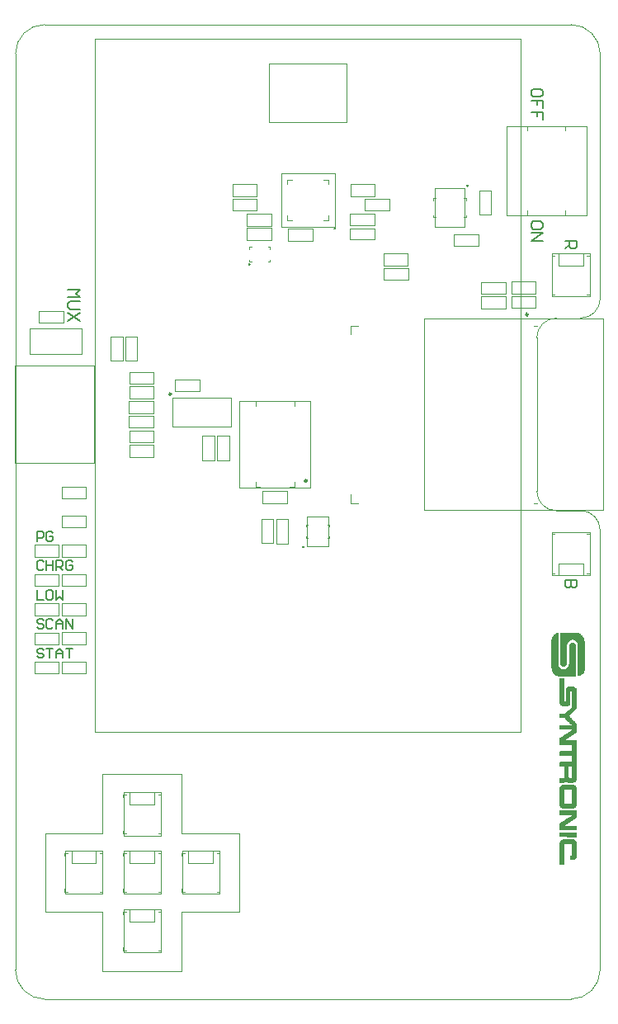
<source format=gto>
G04*
G04 #@! TF.GenerationSoftware,Altium Limited,Altium Designer,22.10.1 (41)*
G04*
G04 Layer_Color=65535*
%FSLAX44Y44*%
%MOMM*%
G71*
G04*
G04 #@! TF.SameCoordinates,9034F27D-8993-4B38-BF2F-AE75C4F05548*
G04*
G04*
G04 #@! TF.FilePolarity,Positive*
G04*
G01*
G75*
%ADD10C,0.2540*%
%ADD11C,0.1000*%
%ADD12C,0.2000*%
G36*
X569310Y144478D02*
X569290Y146927D01*
X569330Y147087D01*
X569430Y147226D01*
X569529Y147325D01*
X569808Y147365D01*
X570306Y147425D01*
X570465Y147465D01*
X570784Y147664D01*
X570844Y147724D01*
X570923Y147764D01*
X571102Y148062D01*
X571162Y148361D01*
X571202Y148680D01*
X571222Y157860D01*
X571182Y157980D01*
X571082Y158398D01*
X571023Y158538D01*
X570943Y158617D01*
X570903Y158697D01*
X570744Y158816D01*
X570704Y158896D01*
X570644Y158956D01*
X570565Y158996D01*
X570206Y159155D01*
X569987Y159215D01*
X569788Y159255D01*
X564471Y159274D01*
X564351Y159235D01*
X564132Y159175D01*
X563933Y159095D01*
X563615Y158896D01*
X563455Y158737D01*
X563136Y158060D01*
X563097Y157781D01*
X563057Y138384D01*
X562878Y138205D01*
X562479Y138165D01*
X562320Y138205D01*
X562201Y138165D01*
X558656Y138205D01*
X558476Y138344D01*
X558397Y138742D01*
X558437Y138862D01*
X558457Y158796D01*
X558437Y159016D01*
X558476Y159135D01*
X558516Y160170D01*
X558556Y160290D01*
X558616Y160708D01*
X558656Y160868D01*
X558755Y161206D01*
X558795Y161365D01*
X558935Y161744D01*
X559114Y162043D01*
X559233Y162321D01*
X559353Y162521D01*
X559532Y162740D01*
X560010Y163218D01*
X560090Y163257D01*
X560607Y163616D01*
X561205Y163855D01*
X561683Y163934D01*
X562081Y163974D01*
X562718Y164014D01*
X572875Y163974D01*
X572994Y163934D01*
X573194Y163855D01*
X573950Y163456D01*
X574169Y163277D01*
X574229Y163218D01*
X574309Y163178D01*
X574667Y162819D01*
X574747Y162779D01*
X574846Y162640D01*
X575105Y162262D01*
X575285Y161963D01*
X575563Y161365D01*
X575643Y161087D01*
X575723Y160768D01*
X575782Y160509D01*
X575822Y160350D01*
X575862Y160111D01*
X575902Y159434D01*
X575922Y146190D01*
X575882Y146071D01*
X575822Y145732D01*
X575703Y145254D01*
X575643Y145035D01*
X575245Y144279D01*
X575065Y144059D01*
X574926Y143920D01*
X574886Y143841D01*
X574428Y143382D01*
X574348Y143343D01*
X574269Y143263D01*
X574189Y143223D01*
X574030Y143064D01*
X573751Y142944D01*
X573233Y142785D01*
X572954Y142745D01*
X572795Y142705D01*
X569529Y142745D01*
X569350Y142924D01*
X569310Y143084D01*
X569270Y143363D01*
X569310Y143641D01*
Y144438D01*
Y144478D01*
D02*
G37*
G36*
X572277Y166205D02*
X558656Y166245D01*
X558476Y166384D01*
X558437Y166663D01*
X558476Y170765D01*
X558616Y170905D01*
X559014Y170944D01*
X575703Y170905D01*
X575882Y170765D01*
X575922Y170606D01*
X575882Y166424D01*
X575703Y166245D01*
X575304Y166205D01*
X572317D01*
X572277D01*
D02*
G37*
G36*
X568613Y177835D02*
X575364Y177855D01*
X575683Y177815D01*
X575882Y177696D01*
X575922Y177536D01*
X575882Y173394D01*
X575782Y173255D01*
X575504Y173175D01*
X558616Y173215D01*
X558476Y173354D01*
X558437Y173633D01*
X558476Y180364D01*
X558815Y180703D01*
X559253Y180942D01*
X559333Y181021D01*
X559412Y181061D01*
X559651Y181220D01*
X559930Y181380D01*
X560010Y181459D01*
X560090Y181499D01*
X560468Y181758D01*
X560528Y181818D01*
X560607Y181858D01*
X561125Y182136D01*
X561245Y182256D01*
X561324Y182296D01*
X561603Y182455D01*
X561683Y182535D01*
X561762Y182575D01*
X562001Y182734D01*
X562280Y182893D01*
X562439Y183053D01*
X562957Y183331D01*
X563037Y183411D01*
X563117Y183451D01*
X563495Y183710D01*
X563555Y183769D01*
X563993Y184009D01*
X564072Y184088D01*
X564152Y184128D01*
X564551Y184367D01*
X564949Y184646D01*
X565228Y184805D01*
X565347Y184925D01*
X565785Y185164D01*
X565865Y185243D01*
X565945Y185283D01*
X566184Y185442D01*
X566462Y185602D01*
X566542Y185681D01*
X566622Y185721D01*
X567000Y185980D01*
X567299Y186159D01*
X567578Y186319D01*
X567657Y186398D01*
X567737Y186438D01*
X567817Y186518D01*
X568095Y186677D01*
X568374Y186876D01*
X568733Y187075D01*
X568892Y187235D01*
X569171Y187354D01*
X569250Y187394D01*
X569768Y187752D01*
X569848Y187792D01*
X570246Y188071D01*
X570605Y188270D01*
X570684Y188350D01*
X570764Y188390D01*
X571043Y188549D01*
X571142Y188649D01*
X571102Y188808D01*
X571043Y188868D01*
X570883Y188908D01*
X558795Y188888D01*
X558636Y188927D01*
X558496Y189027D01*
X558437Y189246D01*
X558476Y193388D01*
X558576Y193528D01*
X558855Y193607D01*
X575703Y193568D01*
X575882Y193428D01*
X575922Y193269D01*
X575962Y193030D01*
X575922Y192910D01*
X575942Y186398D01*
X575862Y186199D01*
X575543Y185881D01*
X575464Y185841D01*
X575085Y185582D01*
X574647Y185303D01*
X574508Y185203D01*
X574269Y185044D01*
X573990Y184885D01*
X573711Y184686D01*
X573433Y184526D01*
X573353Y184447D01*
X573273Y184407D01*
X572954Y184208D01*
X572875Y184168D01*
X572795Y184088D01*
X572715Y184048D01*
X572636Y183969D01*
X572198Y183730D01*
X571401Y183172D01*
X571043Y182973D01*
X570923Y182854D01*
X570565Y182654D01*
X570485Y182575D01*
X570405Y182535D01*
X570166Y182376D01*
X569967Y182256D01*
X569748Y182077D01*
X569211Y181778D01*
X569131Y181698D01*
X569051Y181659D01*
X568673Y181400D01*
X568235Y181121D01*
X567996Y180961D01*
X567936Y180902D01*
X567578Y180703D01*
X567179Y180424D01*
X567100Y180384D01*
X566701Y180105D01*
X566423Y179946D01*
X566343Y179866D01*
X566263Y179826D01*
X566064Y179707D01*
X565785Y179548D01*
X565666Y179428D01*
X565586Y179388D01*
X565208Y179129D01*
X564969Y178970D01*
X564730Y178851D01*
X564491Y178691D01*
X564391Y178592D01*
X563953Y178353D01*
X563654Y178054D01*
X563694Y177934D01*
X563754Y177875D01*
X564033Y177835D01*
X565028Y177875D01*
X565148Y177835D01*
X568573D01*
X568613D01*
D02*
G37*
G36*
X575882Y198965D02*
X575802Y198765D01*
X575683Y198287D01*
X575623Y198068D01*
X575543Y197869D01*
X575404Y197650D01*
X575205Y197292D01*
X575026Y197073D01*
X574926Y196973D01*
X574886Y196893D01*
X574627Y196635D01*
X574548Y196595D01*
X574309Y196435D01*
X574229Y196395D01*
X573950Y196196D01*
X573671Y196077D01*
X573154Y195838D01*
X572895Y195778D01*
X572357Y195718D01*
X572198Y195679D01*
X570644D01*
X570605D01*
X561603Y195718D01*
X561484Y195758D01*
X561105Y195818D01*
X560448Y196117D01*
X560169Y196276D01*
X559950Y196455D01*
X559711Y196614D01*
X559273Y197053D01*
X559034Y197491D01*
X558954Y197570D01*
X558835Y197849D01*
X558676Y198248D01*
X558516Y198885D01*
X558476Y199164D01*
X558516Y216808D01*
X558556Y216928D01*
X558596Y217087D01*
X558656Y217306D01*
X558735Y217505D01*
X558895Y217943D01*
X559054Y218182D01*
X559353Y218680D01*
X559691Y219019D01*
X559771Y219058D01*
X559851Y219138D01*
X559930Y219178D01*
X560129Y219377D01*
X560966Y219775D01*
X561245Y219815D01*
X561404Y219855D01*
X561782Y219915D01*
X561982Y219955D01*
X569888Y219974D01*
X570007Y219935D01*
X572636Y219895D01*
X572755Y219855D01*
X573174Y219795D01*
X573373Y219755D01*
X573612Y219636D01*
X573910Y219457D01*
X574030Y219417D01*
X574408Y219158D01*
X574468Y219098D01*
X574548Y219058D01*
X574767Y218879D01*
X574846Y218800D01*
X574886Y218720D01*
X575085Y218521D01*
X575125Y218441D01*
X575205Y218361D01*
X575643Y217445D01*
X575743Y216987D01*
X575782Y216828D01*
X575882Y216569D01*
X575922Y216171D01*
X575882Y198965D01*
D02*
G37*
G36*
X575922Y264723D02*
X575902Y260362D01*
X575922Y227283D01*
X575882Y227164D01*
X575842Y225690D01*
X575802Y225571D01*
X575743Y225192D01*
X575623Y224475D01*
X575583Y224316D01*
X575504Y224117D01*
X575125Y223420D01*
X574846Y223141D01*
X574807Y223061D01*
X574707Y222962D01*
X574269Y222723D01*
X574189Y222643D01*
X574110Y222603D01*
X573552Y222364D01*
X573194Y222205D01*
X572935Y222145D01*
X572457Y222066D01*
X572257Y222026D01*
X572098Y221986D01*
X571899Y221946D01*
X571740Y221906D01*
X571501Y221866D01*
X571063Y221827D01*
X570226Y221787D01*
X569091Y221767D01*
X568972Y221807D01*
X568095Y221847D01*
X567976Y221886D01*
X567717Y221946D01*
X567458Y222046D01*
X566801Y222185D01*
X566602Y222265D01*
X566363Y222424D01*
X566164Y222504D01*
X566024Y222563D01*
X565745Y222763D01*
X565666Y222842D01*
X565586Y222882D01*
X565407Y223022D01*
X565367Y223101D01*
X565228Y223241D01*
X565068Y223280D01*
X564869Y223161D01*
X564471Y222763D01*
X564391Y222723D01*
X564272Y222603D01*
X564192Y222563D01*
X563834Y222364D01*
X563316Y222125D01*
X562977Y222066D01*
X562738Y222026D01*
X562579Y221986D01*
X562380Y221946D01*
X562220Y221906D01*
X561902Y221866D01*
X559691Y221847D01*
X559572Y221886D01*
X558835Y221866D01*
X558636Y221906D01*
X558476Y222066D01*
X558437Y222344D01*
X558476Y226407D01*
X558616Y226586D01*
X558775Y226626D01*
X562001Y226666D01*
X562121Y226706D01*
X562519Y226745D01*
X562798Y226945D01*
X562878Y227024D01*
X562937Y227044D01*
X562977Y227124D01*
X563097Y227403D01*
X563136Y227682D01*
X563176Y228319D01*
X563157Y237938D01*
X563176Y238236D01*
X563017Y238515D01*
X562838Y238575D01*
X562559Y238615D01*
X562400Y238575D01*
X558656Y238615D01*
X558476Y238754D01*
X558437Y239033D01*
X558476Y243175D01*
X558656Y243354D01*
X558935Y243394D01*
X570863Y243374D01*
X571003Y243434D01*
X571142Y243534D01*
X571222Y243813D01*
X571182Y249389D01*
X571003Y249608D01*
X570724Y249648D01*
X570266Y249628D01*
X559054Y249648D01*
X558935Y249608D01*
X558636Y249667D01*
X558496Y249767D01*
X558437Y249986D01*
X558476Y254168D01*
X558576Y254268D01*
X558855Y254347D01*
X559193Y254328D01*
X559452Y254347D01*
X559572Y254308D01*
X559731Y254347D01*
X570824Y254328D01*
X570983Y254367D01*
X571142Y254527D01*
X571222Y254845D01*
X571182Y260382D01*
X571043Y260561D01*
X570724Y260640D01*
X570445Y260601D01*
X565526Y260620D01*
X565267Y260601D01*
X565148Y260640D01*
X558616Y260680D01*
X558476Y260820D01*
X558437Y260979D01*
X558476Y267790D01*
X558616Y267969D01*
X558696Y268009D01*
X559213Y268367D01*
X559492Y268527D01*
X559890Y268806D01*
X559970Y268845D01*
X560368Y269124D01*
X560647Y269284D01*
X560926Y269483D01*
X561205Y269642D01*
X561484Y269841D01*
X561563Y269881D01*
X562081Y270239D01*
X562439Y270438D01*
X562559Y270558D01*
X562639Y270598D01*
X562997Y270797D01*
X563395Y271076D01*
X563475Y271116D01*
X563694Y271295D01*
X563873Y271394D01*
X564311Y271633D01*
X564431Y271753D01*
X564511Y271793D01*
X565447Y272410D01*
X565506Y272470D01*
X565945Y272709D01*
X566223Y272908D01*
X566502Y273067D01*
X566622Y273187D01*
X566701Y273227D01*
X567139Y273465D01*
X567259Y273585D01*
X567338Y273625D01*
X567617Y273784D01*
X568135Y274143D01*
X568334Y274262D01*
X568613Y274461D01*
X568892Y274621D01*
X569171Y274820D01*
X569529Y275019D01*
X569609Y275099D01*
X569688Y275138D01*
X569967Y275338D01*
X570047Y275377D01*
X570326Y275576D01*
X570764Y275816D01*
X570883Y275935D01*
X570963Y275975D01*
X571182Y276154D01*
X571142Y276313D01*
X570963Y276373D01*
X570704Y276393D01*
X558696Y276373D01*
X558496Y276493D01*
X558437Y276672D01*
X558476Y280854D01*
X558536Y280954D01*
X558735Y281033D01*
X570505Y281013D01*
X570664Y281053D01*
X570744Y281133D01*
X570704Y281372D01*
X570625Y281451D01*
X570585Y281531D01*
X570445Y281670D01*
X570366Y281710D01*
X569430Y282646D01*
X569390Y282726D01*
X569290Y282826D01*
X569211Y282865D01*
X568713Y283363D01*
X568673Y283443D01*
X568494Y283622D01*
X568434Y283642D01*
X568394Y283722D01*
X568016Y284100D01*
X567936Y284140D01*
X567677Y284399D01*
X567637Y284478D01*
X566821Y285295D01*
X566741Y285335D01*
X566562Y285514D01*
X566522Y285594D01*
X565287Y286828D01*
X565247Y286908D01*
X565028Y287127D01*
X564949Y287167D01*
X564491Y287625D01*
X564451Y287705D01*
X564351Y287804D01*
X564272Y287844D01*
X564132Y287983D01*
X564112Y288043D01*
X564033Y288083D01*
X563953Y288163D01*
X563634Y288242D01*
X558616Y288282D01*
X558476Y288421D01*
X558437Y288820D01*
X558476Y288979D01*
X558437Y289218D01*
X558476Y289338D01*
X558437Y289736D01*
X558457Y291867D01*
X558437Y292006D01*
X558476Y292126D01*
X558437Y292524D01*
X558476Y292644D01*
X558516Y292723D01*
X558616Y292823D01*
X558775Y292862D01*
X560368D01*
X560408D01*
X563794Y292902D01*
X564152Y293181D01*
X565367Y294396D01*
X565407Y294476D01*
X565626Y294695D01*
X565705Y294734D01*
X565805Y294834D01*
X565845Y294914D01*
X566104Y295173D01*
X566184Y295212D01*
X566283Y295352D01*
X566343Y295412D01*
X566403Y295431D01*
X566442Y295511D01*
X567020Y296089D01*
X567080Y296109D01*
X567119Y296188D01*
X570744Y299813D01*
X570784Y299892D01*
X571142Y300251D01*
X571222Y300569D01*
X571182Y315506D01*
X570983Y315864D01*
X570923Y315924D01*
X570844Y315964D01*
X570485Y316123D01*
X570087Y316083D01*
X569629Y315745D01*
X569549Y315545D01*
X569509Y315386D01*
X569469Y314868D01*
X569430Y303158D01*
X569390Y303039D01*
X569350Y302880D01*
X569191Y302481D01*
X568992Y302123D01*
X568832Y301964D01*
X568792Y301884D01*
X568613Y301665D01*
X568394Y301486D01*
X568294Y301386D01*
X568215Y301346D01*
X567936Y301187D01*
X567657Y300988D01*
X567458Y300908D01*
X567199Y300848D01*
X566880Y300729D01*
X566622Y300629D01*
X566363Y300569D01*
X566124Y300530D01*
X565586Y300470D01*
X565307Y300430D01*
X564551Y300390D01*
X564033Y300350D01*
X563017Y300410D01*
X562579Y300450D01*
X562220Y300490D01*
X561703Y300569D01*
X561503Y300609D01*
X561185Y300729D01*
X560926Y300828D01*
X560767Y300868D01*
X560388Y301008D01*
X560328Y301067D01*
X560249Y301107D01*
X560010Y301266D01*
X559930Y301306D01*
X559572Y301585D01*
X559353Y301764D01*
X559233Y301884D01*
X559193Y301964D01*
X558994Y302163D01*
X558954Y302242D01*
X558795Y302481D01*
X558696Y302740D01*
X558596Y302959D01*
X558516Y303238D01*
X558476Y303397D01*
X558437Y304035D01*
X558476Y328809D01*
X558616Y328988D01*
X558775Y329028D01*
X562878Y328988D01*
X563017Y328848D01*
X563057Y328689D01*
X563097Y328410D01*
X563057Y328131D01*
X563097Y305867D01*
X563256Y305588D01*
X563435Y305369D01*
X563595Y305210D01*
X563873Y305170D01*
X564311Y305210D01*
X564531Y305389D01*
X564730Y305668D01*
X564790Y305887D01*
X564829Y317995D01*
X564909Y318393D01*
X564949Y318552D01*
X565068Y318871D01*
X565168Y318971D01*
X565367Y319329D01*
X565546Y319548D01*
X565626Y319588D01*
X565945Y319907D01*
X566024Y319947D01*
X566462Y320186D01*
X566542Y320265D01*
X566821Y320385D01*
X567697Y320663D01*
X567856Y320703D01*
X568334Y320783D01*
X568733Y320823D01*
X569250Y320863D01*
X569649Y320902D01*
X571561Y320863D01*
X571680Y320823D01*
X572317Y320783D01*
X572437Y320743D01*
X572775Y320683D01*
X572935Y320644D01*
X573492Y320444D01*
X573652Y320405D01*
X574030Y320225D01*
X574269Y320066D01*
X574707Y319827D01*
X575065Y319469D01*
X575125Y319449D01*
X575165Y319369D01*
X575245Y319289D01*
X575285Y319210D01*
X575364Y319130D01*
X575404Y319050D01*
X575603Y318772D01*
X575842Y317975D01*
X575882Y317816D01*
X575922Y317417D01*
X575882Y298459D01*
X575504Y297961D01*
X575424Y297881D01*
X575344Y297841D01*
X574886Y297383D01*
X574846Y297304D01*
X573691Y296148D01*
X573652Y296069D01*
X573552Y295969D01*
X573472Y295929D01*
X573333Y295790D01*
X573293Y295710D01*
X573194Y295611D01*
X573114Y295571D01*
X572895Y295352D01*
X572855Y295272D01*
X572357Y294774D01*
X572277Y294734D01*
X571859Y294316D01*
X571819Y294237D01*
X570625Y293042D01*
X570585Y292962D01*
X570445Y292823D01*
X570366Y292783D01*
X570306Y292723D01*
X570266Y292644D01*
X570127Y292504D01*
X570047Y292464D01*
X569828Y292245D01*
X569788Y292166D01*
X569728Y292106D01*
X569649Y292066D01*
X569549Y291966D01*
X569509Y291887D01*
X569290Y291668D01*
X569230Y291648D01*
X569191Y291568D01*
X568972Y291349D01*
X568892Y291309D01*
X568753Y291170D01*
X568713Y291090D01*
X568394Y290772D01*
X568314Y290493D01*
X568394Y290294D01*
X568573Y290114D01*
X568653Y290075D01*
X568753Y289975D01*
X568792Y289895D01*
X569290Y289397D01*
X569370Y289357D01*
X569549Y289178D01*
X569589Y289099D01*
X569728Y288959D01*
X569808Y288919D01*
X570007Y288680D01*
X570405Y288282D01*
X570485Y288242D01*
X570664Y288063D01*
X570704Y287983D01*
X571521Y287167D01*
X571600Y287127D01*
X571859Y286868D01*
X571899Y286789D01*
X572357Y286331D01*
X572437Y286291D01*
X572616Y286111D01*
X572656Y286032D01*
X572715Y285972D01*
X572795Y285932D01*
X572935Y285793D01*
X572974Y285713D01*
X573512Y285175D01*
X573592Y285136D01*
X573731Y284996D01*
X573771Y284916D01*
X573910Y284777D01*
X573990Y284737D01*
X574050Y284678D01*
X574090Y284598D01*
X574627Y284060D01*
X574707Y284020D01*
X574926Y283801D01*
X574966Y283722D01*
X575762Y282925D01*
X575802Y282845D01*
X575882Y282766D01*
X575922Y282606D01*
X575942Y280914D01*
X575902Y273744D01*
X575822Y273545D01*
X575703Y273426D01*
X575623Y273386D01*
X575344Y273227D01*
X575225Y273107D01*
X575145Y273067D01*
X574906Y272908D01*
X574827Y272868D01*
X574707Y272749D01*
X574627Y272709D01*
X574189Y272470D01*
X574030Y272311D01*
X573950Y272271D01*
X573671Y272111D01*
X573592Y272032D01*
X573512Y271992D01*
X573273Y271833D01*
X573074Y271713D01*
X572954Y271594D01*
X572875Y271554D01*
X572437Y271315D01*
X572357Y271235D01*
X572277Y271195D01*
X572038Y271036D01*
X571839Y270917D01*
X571720Y270797D01*
X571282Y270558D01*
X571202Y270478D01*
X571122Y270438D01*
X571043Y270359D01*
X570605Y270120D01*
X570485Y270000D01*
X570405Y269960D01*
X570127Y269801D01*
X569728Y269522D01*
X569529Y269403D01*
X569250Y269204D01*
X568892Y269005D01*
X568812Y268925D01*
X568733Y268885D01*
X568653Y268806D01*
X568374Y268646D01*
X568255Y268527D01*
X567737Y268248D01*
X567518Y268069D01*
X567119Y267830D01*
X566880Y267670D01*
X566562Y267471D01*
X566462Y267372D01*
X566383Y267332D01*
X565945Y267093D01*
X565726Y266914D01*
X565387Y266695D01*
X565108Y266495D01*
X564829Y266336D01*
X564431Y266057D01*
X564152Y265898D01*
X563714Y265659D01*
X563654Y265599D01*
X563634Y265500D01*
X563714Y265380D01*
X563873Y265340D01*
X564351Y265301D01*
X564471Y265340D01*
X575743Y265301D01*
X575922Y265161D01*
X575962Y264882D01*
X575922Y264723D01*
D02*
G37*
G36*
X572238Y375867D02*
X577176Y375827D01*
X577296Y375788D01*
X577615Y375748D01*
X577734Y375708D01*
X578252Y375509D01*
X578451Y375429D01*
X578610Y375389D01*
X579128Y375110D01*
X579407Y374951D01*
X579686Y374752D01*
X580044Y374553D01*
X580283Y374314D01*
X580363Y374274D01*
X580482Y374155D01*
X580562Y374115D01*
X581199Y373477D01*
X581279Y373438D01*
X581339Y373378D01*
X581378Y373298D01*
X581657Y372940D01*
X581777Y372820D01*
X581817Y372741D01*
X581976Y372581D01*
X582016Y372502D01*
X582095Y372422D01*
X582135Y372342D01*
X582394Y371964D01*
X582494Y371785D01*
X582533Y371705D01*
X582693Y371426D01*
X582852Y371187D01*
X582932Y370988D01*
X583211Y370391D01*
X583470Y369654D01*
X583649Y369236D01*
X583689Y368957D01*
X583728Y368797D01*
X583888Y368280D01*
X583967Y367961D01*
X584027Y367622D01*
X584067Y367383D01*
X584186Y366587D01*
X584226Y366388D01*
X584266Y366228D01*
X584306Y365989D01*
X584346Y365671D01*
X584386Y365272D01*
X584425Y364516D01*
X584465Y362883D01*
X584505Y354957D01*
X584525Y341514D01*
X584485Y341395D01*
X584445Y338647D01*
X584406Y338527D01*
X584366Y337969D01*
X584326Y337850D01*
X584266Y337631D01*
X584206Y337452D01*
X584087Y336974D01*
X584027Y336755D01*
X583987Y336595D01*
X583828Y336197D01*
X583728Y335978D01*
X583629Y335719D01*
X583470Y335480D01*
X583290Y335181D01*
X583250Y335022D01*
X582872Y334524D01*
X582772Y334385D01*
X582653Y334265D01*
X582613Y334186D01*
X582334Y333827D01*
X582135Y333628D01*
X582095Y333548D01*
X581996Y333449D01*
X581916Y333409D01*
X581837Y333329D01*
X581757Y333289D01*
X581558Y333090D01*
X581478Y333050D01*
X581398Y332971D01*
X581319Y332931D01*
X581159Y332772D01*
X581080Y332732D01*
X580482Y332413D01*
X580283Y332294D01*
X580084Y332214D01*
X579706Y332075D01*
X579208Y331856D01*
X578989Y331796D01*
X578531Y331617D01*
X578212Y331537D01*
X577754Y331437D01*
X577376Y331418D01*
X577236Y331517D01*
X577196Y331676D01*
Y344701D01*
Y344740D01*
X577156Y363938D01*
X577117Y364058D01*
X577057Y364356D01*
X576977Y364675D01*
X576878Y364934D01*
X576698Y365432D01*
X576479Y365850D01*
X576280Y366208D01*
X576121Y366368D01*
X575922Y366726D01*
X575304Y367344D01*
X575225Y367383D01*
X574866Y367662D01*
X574787Y367742D01*
X574348Y367981D01*
X574070Y368140D01*
X573572Y368320D01*
X573353Y368419D01*
X573074Y368499D01*
X572915Y368539D01*
X572357Y368618D01*
X571441Y368658D01*
X571321Y368618D01*
X570644Y368578D01*
X570525Y368539D01*
X570107Y368439D01*
X569907Y368359D01*
X569688Y368260D01*
X569191Y368080D01*
X568972Y367941D01*
X568474Y367603D01*
X568334Y367463D01*
X568255Y367423D01*
X568175Y367344D01*
X568095Y367304D01*
X567637Y366846D01*
X567597Y366766D01*
X567418Y366547D01*
X567119Y366129D01*
X567080Y366049D01*
X566920Y365810D01*
X566801Y365531D01*
X566602Y365173D01*
X566522Y364974D01*
X566482Y364814D01*
X566403Y364536D01*
X566203Y363898D01*
X566164Y363739D01*
X566124Y363460D01*
X566084Y363301D01*
X566044Y362783D01*
X566004Y362146D01*
X565964Y361628D01*
X565984Y361210D01*
X565945Y359179D01*
X565905Y356590D01*
X565865Y354757D01*
X565825Y351890D01*
X565785Y348863D01*
X565745Y344482D01*
X565705Y343964D01*
X565666Y343725D01*
X565626Y343565D01*
X565506Y343247D01*
X565287Y342789D01*
X565247Y342709D01*
X565068Y342490D01*
X564969Y342351D01*
X564750Y342132D01*
X564670Y342092D01*
X564391Y341813D01*
X563555Y341415D01*
X563276Y341335D01*
X562878Y341216D01*
X562718Y341176D01*
X562320Y341136D01*
X561762Y341176D01*
X561364Y341335D01*
X561145Y341395D01*
X560846Y341534D01*
X560209Y342012D01*
X559990Y342231D01*
X559950Y342311D01*
X559771Y342530D01*
X559472Y343028D01*
X559432Y343107D01*
X559313Y343386D01*
X559273Y343545D01*
X559213Y343804D01*
X559154Y344342D01*
X559114Y344501D01*
X559054Y345199D01*
X559014Y345756D01*
X558994Y374971D01*
X559034Y375090D01*
X558994Y375489D01*
X559034Y375688D01*
X559174Y375827D01*
X559452Y375867D01*
X572118Y375907D01*
X572238Y375867D01*
D02*
G37*
G36*
X556903Y375788D02*
X557043Y375648D01*
X557062Y375429D01*
X557043Y343824D01*
X557082Y343705D01*
X557142Y343247D01*
X557262Y342769D01*
X557301Y342530D01*
X557381Y342211D01*
X557600Y341793D01*
X557700Y341534D01*
X557780Y341335D01*
X557839Y341275D01*
X557879Y341196D01*
X557959Y341116D01*
X558237Y340598D01*
X558437Y340399D01*
X558476Y340319D01*
X558636Y340160D01*
X558676Y340080D01*
X558815Y339941D01*
X558895Y339901D01*
X558974Y339822D01*
X559054Y339782D01*
X559373Y339463D01*
X559452Y339423D01*
X559731Y339224D01*
X560169Y339025D01*
X560687Y338786D01*
X561245Y338706D01*
X561404Y338666D01*
X561882Y338587D01*
X562519Y338547D01*
X563097Y338607D01*
X563495Y338686D01*
X563734Y338726D01*
X563933Y338766D01*
X564092Y338806D01*
X564292Y338885D01*
X564590Y339065D01*
X564849Y339164D01*
X565247Y339403D01*
X565307Y339463D01*
X565506Y339582D01*
X565726Y339762D01*
X565865Y339901D01*
X565945Y339941D01*
X566024Y340021D01*
X566084Y340041D01*
X566124Y340120D01*
X566223Y340220D01*
X566303Y340260D01*
X566403Y340359D01*
X566442Y340439D01*
X566622Y340658D01*
X566681Y340718D01*
X566721Y340797D01*
X566801Y340877D01*
X566841Y340957D01*
X567119Y341355D01*
X567159Y341435D01*
X567319Y341793D01*
X567359Y341873D01*
X567558Y342191D01*
X567697Y342849D01*
X567876Y343426D01*
X567916Y343585D01*
X567996Y344143D01*
X568036Y344541D01*
X568075Y349361D01*
X568115Y350476D01*
X568155Y353543D01*
X568195Y353662D01*
X568235Y357088D01*
X568274Y357207D01*
X568255Y357585D01*
X568294Y359179D01*
X568334Y362365D01*
X568374Y362883D01*
X568454Y363361D01*
X568613Y363799D01*
X568792Y364217D01*
X568952Y364496D01*
X569330Y364994D01*
X569410Y365073D01*
X569489Y365113D01*
X569768Y365392D01*
X569848Y365432D01*
X570166Y365631D01*
X570605Y365830D01*
X571242Y365989D01*
X571521Y366029D01*
X572238Y365989D01*
X572357Y365950D01*
X572616Y365890D01*
X572775Y365850D01*
X572974Y365770D01*
X573114Y365671D01*
X573472Y365472D01*
X573691Y365292D01*
X573871Y365113D01*
X573950Y365073D01*
X574129Y364894D01*
X574169Y364814D01*
X574348Y364595D01*
X574408Y364536D01*
X574448Y364456D01*
X574607Y364177D01*
X574767Y363938D01*
X574846Y363739D01*
X574926Y363460D01*
X575065Y363082D01*
X575165Y362823D01*
X575205Y362664D01*
X575245Y362146D01*
X575285Y361867D01*
X575265Y341096D01*
X575285Y340957D01*
X575245Y340837D01*
X575205Y331437D01*
X575065Y331298D01*
X574906Y331258D01*
X570824Y331278D01*
X570764Y331258D01*
X570644Y331298D01*
X570127Y331258D01*
X570007Y331298D01*
X556585Y331338D01*
X556465Y331378D01*
X556047Y331437D01*
X555848Y331477D01*
X555688Y331517D01*
X555489Y331557D01*
X555330Y331597D01*
X554673Y331895D01*
X553956Y332294D01*
X553737Y332473D01*
X553637Y332573D01*
X553358Y332732D01*
X553040Y333050D01*
X552960Y333090D01*
X552821Y333230D01*
X552781Y333309D01*
X552661Y333429D01*
X552622Y333508D01*
X552462Y333668D01*
X552422Y333747D01*
X552343Y333827D01*
X552303Y333907D01*
X552223Y333987D01*
X552183Y334066D01*
X552104Y334146D01*
X552064Y334225D01*
X551825Y334664D01*
X551626Y334942D01*
X551586Y335102D01*
X551466Y335381D01*
X551427Y335460D01*
X551227Y335779D01*
X551048Y336277D01*
X550869Y336695D01*
X550710Y337332D01*
X550511Y337850D01*
X550471Y338009D01*
X550431Y338288D01*
X550391Y338447D01*
X550331Y338746D01*
X550252Y339065D01*
X550212Y339264D01*
X550172Y339582D01*
X550132Y339941D01*
X550092Y340339D01*
X550052Y340897D01*
X550013Y341375D01*
X549993Y341634D01*
Y341674D01*
X549953Y342789D01*
X549913Y344860D01*
X549953Y348484D01*
X549913Y351591D01*
X549873Y351711D01*
X549833Y367523D01*
X549873Y367642D01*
X550052Y368778D01*
X550132Y369176D01*
X550212Y369495D01*
X550291Y369694D01*
X550391Y369953D01*
X550451Y370211D01*
X550531Y370410D01*
X550710Y370749D01*
X550889Y371247D01*
X550949Y371386D01*
X551188Y371785D01*
X551347Y372063D01*
X551427Y372143D01*
X551466Y372223D01*
X551666Y372581D01*
X551865Y372780D01*
X551905Y372860D01*
X552104Y373139D01*
X552144Y373218D01*
X552303Y373378D01*
X552343Y373457D01*
X552442Y373557D01*
X552522Y373597D01*
X552622Y373697D01*
X552661Y373776D01*
X553119Y374234D01*
X553199Y374274D01*
X553319Y374394D01*
X553398Y374433D01*
X553558Y374593D01*
X553916Y374792D01*
X553996Y374871D01*
X554075Y374911D01*
X554593Y375190D01*
X555031Y375389D01*
X555589Y375549D01*
X555788Y375628D01*
X556186Y375748D01*
X556346Y375788D01*
X556624Y375827D01*
X556903Y375788D01*
D02*
G37*
%LPC*%
G36*
X571222Y213462D02*
X571182Y213582D01*
X571122Y213960D01*
X571082Y214159D01*
X571003Y214359D01*
X570943Y214418D01*
X570903Y214498D01*
X570784Y214618D01*
X570744Y214697D01*
X570644Y214837D01*
X570565Y214876D01*
X570485Y214956D01*
X570405Y214996D01*
X570326Y215075D01*
X570246Y215115D01*
X569967Y215235D01*
X569808Y215275D01*
X569529Y215315D01*
X564391Y215275D01*
X564192Y215195D01*
X564112Y215155D01*
X563615Y214777D01*
X563535Y214697D01*
X563495Y214618D01*
X563176Y213940D01*
X563097Y213622D01*
X563057Y212985D01*
Y205417D01*
X563097Y201832D01*
X563136Y201713D01*
X563236Y201454D01*
X563575Y200837D01*
X563634Y200777D01*
X563714Y200737D01*
X564072Y200538D01*
X564431Y200378D01*
X564710Y200339D01*
X569848Y200378D01*
X570684Y200816D01*
X570784Y200956D01*
X570963Y201175D01*
X571023Y201235D01*
X571102Y201514D01*
X571142Y201673D01*
X571202Y201932D01*
X571222Y213462D01*
D02*
G37*
G36*
Y228040D02*
X571182Y238396D01*
X571122Y238495D01*
X571043Y238535D01*
X570844Y238615D01*
X568135Y238575D01*
X567916Y238396D01*
X567876Y237997D01*
X567916Y237878D01*
X567876Y237719D01*
X567896Y228100D01*
X567876Y227801D01*
X567916Y227682D01*
X567956Y227443D01*
X568115Y227164D01*
X568215Y227064D01*
X568414Y226945D01*
X568693Y226785D01*
X569011Y226706D01*
X569768Y226666D01*
X569927Y226706D01*
X570246Y226745D01*
X570286D01*
X570485Y226785D01*
X570764Y226985D01*
X570844Y227024D01*
X571063Y227204D01*
X571142Y227482D01*
X571182Y227642D01*
X571222Y228040D01*
D02*
G37*
%LPD*%
D10*
X526118Y702500D02*
G03*
X526118Y702500I-1118J0D01*
G01*
X328000Y791250D02*
G03*
X328000Y791250I-500J0D01*
G01*
X299000Y531750D02*
G03*
X299000Y531750I-1000J0D01*
G01*
X295500Y464000D02*
G03*
X295500Y464000I-500J0D01*
G01*
X463760Y834500D02*
G03*
X463760Y834500I-10J0D01*
G01*
X240060Y753900D02*
G03*
X240060Y753900I-10J0D01*
G01*
X159750Y620750D02*
G03*
X159750Y620750I-1000J0D01*
G01*
D11*
X89500Y29000D02*
X170500D01*
Y90000D01*
X89500Y231000D02*
X170500D01*
X229500Y90000D02*
Y170000D01*
X30500Y170000D02*
X89500D01*
X30500Y90000D02*
Y170000D01*
Y90000D02*
X89500D01*
Y29000D02*
Y90000D01*
X170500D02*
X229500D01*
X170500Y170000D02*
X229500D01*
X170500D02*
Y231000D01*
X89500Y170000D02*
Y231000D01*
X532000Y509000D02*
X535500D01*
X344000Y691000D02*
X352000D01*
X344000Y682000D02*
Y691000D01*
X343850Y509000D02*
X351850D01*
X343850D02*
Y518000D01*
X532000Y691000D02*
X535500D01*
X316250Y841000D02*
X321250D01*
Y836000D02*
Y841000D01*
X316250Y799000D02*
X321250D01*
Y804000D01*
X278750Y799000D02*
X283750D01*
X278750D02*
Y804000D01*
Y841000D02*
X283750D01*
X278750Y836000D02*
Y841000D01*
X246250Y525345D02*
X251250D01*
X246250D02*
Y530345D01*
Y613845D02*
X251250D01*
X246250Y608845D02*
Y613845D01*
X281250Y525345D02*
X286250D01*
Y530345D01*
X281250Y613845D02*
X286250D01*
Y608845D02*
Y613845D01*
X322000Y473000D02*
Y475000D01*
X320000Y473000D02*
X322000D01*
X298000D02*
Y475000D01*
Y473000D02*
X300000D01*
X298000Y485000D02*
Y487000D01*
X300000D01*
X322000Y485000D02*
Y487000D01*
X320000D02*
X322000D01*
X428800Y819550D02*
Y821650D01*
X430900D01*
X428800Y802350D02*
Y804450D01*
Y802350D02*
X430900D01*
X462200D02*
Y804450D01*
X460100Y802350D02*
X462200D01*
Y819550D02*
Y821650D01*
X460100D02*
X462200D01*
X239900Y769650D02*
Y771750D01*
X242000D01*
X261100Y769650D02*
Y771750D01*
X259000D02*
X261100D01*
Y756550D02*
Y758650D01*
X259000Y756550D02*
X261100D01*
X239900D02*
Y758650D01*
Y756550D02*
X242000D01*
X525500Y896000D02*
X530500D01*
X525500Y891000D02*
Y896000D01*
Y804000D02*
X530500D01*
X525500D02*
Y809000D01*
X559500Y896000D02*
X564500D01*
Y891000D02*
Y896000D01*
X559500Y804000D02*
X564500D01*
Y809000D01*
X586500Y723000D02*
X589500D01*
Y726000D01*
X586500Y763000D02*
X589500D01*
Y760000D02*
Y763000D01*
X550500Y723000D02*
X553500D01*
X550500D02*
Y726000D01*
Y763000D02*
X553500D01*
X550500Y760000D02*
Y763000D01*
X586500Y437000D02*
X589500D01*
Y440000D01*
X586500Y477000D02*
X589500D01*
Y474000D02*
Y477000D01*
X550500Y437000D02*
X553500D01*
X550500D02*
Y440000D01*
Y477000D02*
X553500D01*
X550500Y474000D02*
Y477000D01*
X86500Y110000D02*
X89500D01*
Y113000D01*
X86500Y150000D02*
X89500D01*
Y147000D02*
Y150000D01*
X50500Y110000D02*
X53500D01*
X50500D02*
Y113000D01*
Y150000D02*
X53500D01*
X50500Y147000D02*
Y150000D01*
X206500Y110000D02*
X209500D01*
Y113000D01*
X206500Y150000D02*
X209500D01*
Y147000D02*
Y150000D01*
X170500Y110000D02*
X173500D01*
X170500D02*
Y113000D01*
Y150000D02*
X173500D01*
X170500Y147000D02*
Y150000D01*
X146500Y110000D02*
X149500D01*
Y113000D01*
X146500Y150000D02*
X149500D01*
Y147000D02*
Y150000D01*
X110500Y110000D02*
X113500D01*
X110500D02*
Y113000D01*
Y150000D02*
X113500D01*
X110500Y147000D02*
Y150000D01*
X146500Y170000D02*
X149500D01*
Y173000D01*
X146500Y210000D02*
X149500D01*
Y207000D02*
Y210000D01*
X110500Y170000D02*
X113500D01*
X110500D02*
Y173000D01*
Y210000D02*
X113500D01*
X110500Y207000D02*
Y210000D01*
X146500Y50000D02*
X149500D01*
Y53000D01*
X146500Y90000D02*
X149500D01*
Y87000D02*
Y90000D01*
X110500Y50000D02*
X113500D01*
X110500D02*
Y53000D01*
Y90000D02*
X113500D01*
X110500Y87000D02*
Y90000D01*
X535000Y521250D02*
G03*
X555000Y501250I20000J0D01*
G01*
X555000Y698750D02*
G03*
X535000Y678750I0J-20000D01*
G01*
X600000Y481250D02*
G03*
X580000Y501250I-20000J0D01*
G01*
X580000Y698750D02*
G03*
X600000Y718750I0J20000D01*
G01*
X600000Y970000D02*
G03*
X570000Y1000000I-30000J0D01*
G01*
Y0D02*
G03*
X600000Y30000I0J30000D01*
G01*
X30000Y1000000D02*
G03*
X0Y970000I0J-30000D01*
G01*
Y30000D02*
G03*
X30000Y0I30000J0D01*
G01*
X535000Y521250D02*
Y678750D01*
X535000D01*
X555000Y501250D02*
X580000D01*
X555000Y698750D02*
X580000D01*
X600000Y30000D02*
Y481250D01*
X600000D01*
X600000Y718750D02*
Y970000D01*
X0Y30000D02*
Y970000D01*
X30000Y0D02*
X570000D01*
X30000Y1000000D02*
X570000D01*
X47373Y513872D02*
X72500D01*
X47373Y526001D02*
X72500D01*
Y513872D02*
Y526001D01*
X47373Y513872D02*
Y526001D01*
X19310Y453809D02*
Y466001D01*
X44500Y453809D02*
Y466001D01*
X19310D02*
X44500D01*
X19310Y453809D02*
X44500D01*
X19310Y423809D02*
Y436001D01*
X44500Y423809D02*
Y436001D01*
X19310D02*
X44500D01*
X19310Y423809D02*
X44500D01*
X19310Y393809D02*
Y406001D01*
X44500Y393809D02*
Y406001D01*
X19310D02*
X44500D01*
X19310Y393809D02*
X44500D01*
X44691Y333999D02*
Y346191D01*
X19500Y333999D02*
Y346191D01*
Y333999D02*
X44691D01*
X19500Y346191D02*
X44691D01*
Y363999D02*
Y376191D01*
X19500Y363999D02*
Y376191D01*
Y363999D02*
X44691D01*
X19500Y376191D02*
X44691D01*
X419310Y698316D02*
X603000D01*
X419310Y501875D02*
X603000D01*
Y698316D01*
X419310Y501875D02*
Y698316D01*
X488128Y804873D02*
Y830000D01*
X475999Y804873D02*
Y830000D01*
X488128D01*
X475999Y804873D02*
X488128D01*
X343400Y806128D02*
X368527D01*
X343400Y793999D02*
X368527D01*
X343400D02*
Y806128D01*
X368527Y793999D02*
Y806128D01*
X343400Y779500D02*
X368400D01*
X343400Y790500D02*
X368400D01*
Y779500D02*
Y790500D01*
X343400Y779500D02*
Y790500D01*
X378191Y750223D02*
X403127D01*
X378191Y737999D02*
X403127D01*
X378191D02*
Y750223D01*
X403127Y737999D02*
Y750223D01*
X237691Y791223D02*
X262627D01*
X237691Y778999D02*
X262627D01*
X237691D02*
Y791223D01*
X262627Y778999D02*
Y791223D01*
X47373Y453777D02*
Y466001D01*
X72309Y453777D02*
Y466001D01*
X47373D02*
X72309D01*
X47373Y453777D02*
X72309D01*
X47373Y393777D02*
Y406001D01*
X72309Y393777D02*
Y406001D01*
X47373D02*
X72309D01*
X47373Y393777D02*
X72309D01*
X327500Y792500D02*
Y847500D01*
X272500Y792500D02*
Y847500D01*
Y792500D02*
X327500D01*
X272500Y847500D02*
X327500D01*
X260000Y900000D02*
Y960000D01*
X340000Y900000D02*
Y960000D01*
X260000Y900000D02*
X340000D01*
X260000Y960000D02*
X340000D01*
X81500Y274500D02*
X518500D01*
X81500Y985500D02*
X518500D01*
X81500Y274500D02*
Y985500D01*
X518500Y274500D02*
Y985500D01*
X47373Y483777D02*
Y496001D01*
X72309Y483777D02*
Y496001D01*
X47373D02*
X72309D01*
X47373Y483777D02*
X72309D01*
X582627Y434872D02*
Y447001D01*
X557500Y434872D02*
Y447001D01*
X582627D01*
X557500Y434872D02*
X582627D01*
Y752872D02*
Y765001D01*
X557500Y752872D02*
Y765001D01*
X582627D01*
X557500Y752872D02*
X582627D01*
X229750Y525095D02*
X302500D01*
X229750Y614095D02*
X302500D01*
X229750Y525095D02*
Y614095D01*
X302500Y525095D02*
Y614095D01*
X189127Y623999D02*
Y636128D01*
X164000Y623999D02*
Y636128D01*
Y623999D02*
X189127D01*
X164000Y636128D02*
X189127D01*
X299000Y464500D02*
Y495500D01*
X321000Y464500D02*
Y495500D01*
X299000D02*
X321000D01*
X299000Y464500D02*
X321000D01*
X97999Y655000D02*
X110000D01*
X97999Y680000D02*
X110000D01*
X97999Y655000D02*
Y680000D01*
X110000Y655000D02*
Y680000D01*
X279873Y778372D02*
Y790501D01*
X305000Y778372D02*
Y790501D01*
X279873D02*
X305000D01*
X279873Y778372D02*
X305000D01*
X262627Y793499D02*
Y805628D01*
X237500Y793499D02*
Y805628D01*
Y793499D02*
X262627D01*
X237500Y805628D02*
X262627D01*
X449873Y772622D02*
Y784751D01*
X475000Y772622D02*
Y784751D01*
X449873D02*
X475000D01*
X449873Y772622D02*
X475000D01*
X82627Y139872D02*
Y152001D01*
X57500Y139872D02*
Y152001D01*
X82627D01*
X57500Y139872D02*
X82627D01*
X202627D02*
Y152001D01*
X177500Y139872D02*
Y152001D01*
X202627D01*
X177500Y139872D02*
X202627D01*
X142627D02*
Y152001D01*
X117500Y139872D02*
Y152001D01*
X142627D01*
X117500Y139872D02*
X142627D01*
Y199872D02*
Y212001D01*
X117500Y199872D02*
Y212001D01*
X142627D01*
X117500Y199872D02*
X142627D01*
Y79872D02*
Y92001D01*
X117500Y79872D02*
Y92001D01*
X142627D01*
X117500Y79872D02*
X142627D01*
X206999Y552643D02*
X219128D01*
X206999Y577770D02*
X219128D01*
X206999Y552643D02*
Y577770D01*
X219128Y552643D02*
Y577770D01*
X191999Y552643D02*
X204128D01*
X191999Y577770D02*
X204128D01*
X191999Y552643D02*
Y577770D01*
X204128Y552643D02*
Y577770D01*
X533927Y723999D02*
Y736128D01*
X508800Y723999D02*
Y736128D01*
Y723999D02*
X533927D01*
X508800Y736128D02*
X533927D01*
Y708999D02*
Y721128D01*
X508800Y708999D02*
Y721128D01*
Y708999D02*
X533927D01*
X508800Y721128D02*
X533927D01*
X477973Y708872D02*
Y721001D01*
X503100Y708872D02*
Y721001D01*
X477973D02*
X503100D01*
X477973Y708872D02*
X503100D01*
X141877Y571499D02*
Y583628D01*
X116750Y571499D02*
Y583628D01*
Y571499D02*
X141877D01*
X116750Y583628D02*
X141877D01*
Y616499D02*
Y628628D01*
X116750Y616499D02*
Y628628D01*
Y616499D02*
X141877D01*
X116750Y628628D02*
X141877D01*
X253623Y508872D02*
Y521001D01*
X278750Y508872D02*
Y521001D01*
X253623D02*
X278750D01*
X253623Y508872D02*
X278750D01*
X112872Y680127D02*
X125001D01*
X112872Y655000D02*
X125001D01*
Y680127D01*
X112872Y655000D02*
Y680127D01*
X430309Y832190D02*
X460500D01*
X430309Y792000D02*
X460500D01*
Y832190D01*
X430309Y792000D02*
Y832190D01*
X368527Y823999D02*
Y836223D01*
X343591Y823999D02*
Y836223D01*
Y823999D02*
X368527D01*
X343591Y836223D02*
X368527D01*
X247627Y808999D02*
Y821223D01*
X222691Y808999D02*
Y821223D01*
Y808999D02*
X247627D01*
X222691Y821223D02*
X247627D01*
X383527Y808999D02*
Y821223D01*
X358591Y808999D02*
Y821223D01*
Y808999D02*
X383527D01*
X358591Y821223D02*
X383527D01*
X247627Y823999D02*
Y836223D01*
X222691Y823999D02*
Y836223D01*
Y823999D02*
X247627D01*
X222691Y836223D02*
X247627D01*
X377873Y752777D02*
Y765001D01*
X402809Y752777D02*
Y765001D01*
X377873D02*
X402809D01*
X377873Y752777D02*
X402809D01*
X477973Y723777D02*
Y736001D01*
X502910Y723777D02*
Y736001D01*
X477973D02*
X502910D01*
X477973Y723777D02*
X502910D01*
X72627Y333999D02*
Y346223D01*
X47691Y333999D02*
Y346223D01*
Y333999D02*
X72627D01*
X47691Y346223D02*
X72627D01*
X116623Y586277D02*
Y598501D01*
X141559Y586277D02*
Y598501D01*
X116623D02*
X141559D01*
X116623Y586277D02*
X141559D01*
X116623Y601277D02*
Y613501D01*
X141559Y601277D02*
Y613501D01*
X116623D02*
X141559D01*
X116623Y601277D02*
X141559D01*
X141877Y556499D02*
Y568723D01*
X116941Y556499D02*
Y568723D01*
Y556499D02*
X141877D01*
X116941Y568723D02*
X141877D01*
X141627Y631499D02*
Y643723D01*
X116691Y631499D02*
Y643723D01*
Y631499D02*
X141627D01*
X116691Y643723D02*
X141627D01*
X24173Y693777D02*
Y706001D01*
X49110Y693777D02*
Y706001D01*
X24173D02*
X49110D01*
X24173Y693777D02*
X49110D01*
X72627Y363999D02*
Y376223D01*
X47691Y363999D02*
Y376223D01*
Y363999D02*
X72627D01*
X47691Y376223D02*
X72627D01*
X47373Y423777D02*
Y436001D01*
X72309Y423777D02*
Y436001D01*
X47373D02*
X72309D01*
X47373Y423777D02*
X72309D01*
X252527Y492627D02*
X264751D01*
X252527Y467691D02*
X264751D01*
Y492627D01*
X252527Y467691D02*
Y492627D01*
X267749Y467373D02*
X279973D01*
X267749Y492309D02*
X279973D01*
X267749Y467373D02*
Y492309D01*
X279973Y467373D02*
Y492309D01*
X-225Y650127D02*
X80775D01*
X-225Y550000D02*
X80775D01*
Y650127D01*
X-225Y550000D02*
Y650127D01*
X504000Y804000D02*
X586000D01*
X504000Y896000D02*
X586000D01*
X504000Y804000D02*
Y896000D01*
X586000Y804000D02*
Y896000D01*
X161000Y617500D02*
X221000D01*
X161000Y587500D02*
X221000D01*
Y617500D01*
X161000Y587500D02*
Y617500D01*
X551000Y720873D02*
X589127D01*
X551000Y765000D02*
X589127D01*
X551000Y720873D02*
Y765000D01*
X589127Y720873D02*
Y765000D01*
X551000Y434873D02*
X589127D01*
X551000Y479000D02*
X589127D01*
X551000Y434873D02*
Y479000D01*
X589127Y434873D02*
Y479000D01*
X51000Y107873D02*
X89127D01*
X51000Y152000D02*
X89127D01*
X51000Y107873D02*
Y152000D01*
X89127Y107873D02*
Y152000D01*
X171000Y107873D02*
X209127D01*
X171000Y152000D02*
X209127D01*
X171000Y107873D02*
Y152000D01*
X209127Y107873D02*
Y152000D01*
X111000Y107873D02*
X149127D01*
X111000Y152000D02*
X149127D01*
X111000Y107873D02*
Y152000D01*
X149127Y107873D02*
Y152000D01*
X111000Y167873D02*
X149127D01*
X111000Y212000D02*
X149127D01*
X111000Y167873D02*
Y212000D01*
X149127Y167873D02*
Y212000D01*
X111000Y47873D02*
X149127D01*
X111000Y92000D02*
X149127D01*
X111000Y47873D02*
Y92000D01*
X149127Y47873D02*
Y92000D01*
X14750Y688250D02*
X68375D01*
X14750Y661750D02*
X68375D01*
Y688250D01*
X14750Y661750D02*
Y688250D01*
D12*
X575998Y430000D02*
X564002D01*
Y424002D01*
X566001Y422003D01*
X568001D01*
X570000Y424002D01*
Y430000D01*
Y424002D01*
X571999Y422003D01*
X573999D01*
X575998Y424002D01*
Y430000D01*
X28665Y358332D02*
X26998Y359998D01*
X23666D01*
X22000Y358332D01*
Y356666D01*
X23666Y355000D01*
X26998D01*
X28665Y353334D01*
Y351668D01*
X26998Y350002D01*
X23666D01*
X22000Y351668D01*
X31997Y359998D02*
X38661D01*
X35329D01*
Y350002D01*
X41994D02*
Y356666D01*
X45326Y359998D01*
X48658Y356666D01*
Y350002D01*
Y355000D01*
X41994D01*
X51990Y359998D02*
X58655D01*
X55323D01*
Y350002D01*
X28665Y388332D02*
X26998Y389998D01*
X23666D01*
X22000Y388332D01*
Y386666D01*
X23666Y385000D01*
X26998D01*
X28665Y383334D01*
Y381668D01*
X26998Y380002D01*
X23666D01*
X22000Y381668D01*
X38661Y388332D02*
X36995Y389998D01*
X33663D01*
X31997Y388332D01*
Y381668D01*
X33663Y380002D01*
X36995D01*
X38661Y381668D01*
X41994Y380002D02*
Y386666D01*
X45326Y389998D01*
X48658Y386666D01*
Y380002D01*
Y385000D01*
X41994D01*
X51990Y380002D02*
Y389998D01*
X58655Y380002D01*
Y389998D01*
X22000Y419998D02*
Y410002D01*
X28665D01*
X36995Y419998D02*
X33663D01*
X31997Y418332D01*
Y411668D01*
X33663Y410002D01*
X36995D01*
X38661Y411668D01*
Y418332D01*
X36995Y419998D01*
X41994D02*
Y410002D01*
X45326Y413334D01*
X48658Y410002D01*
Y419998D01*
X28665Y448332D02*
X26998Y449998D01*
X23666D01*
X22000Y448332D01*
Y441668D01*
X23666Y440002D01*
X26998D01*
X28665Y441668D01*
X31997Y449998D02*
Y440002D01*
Y445000D01*
X38661D01*
Y449998D01*
Y440002D01*
X41994D02*
Y449998D01*
X46992D01*
X48658Y448332D01*
Y445000D01*
X46992Y443334D01*
X41994D01*
X45326D02*
X48658Y440002D01*
X58655Y448332D02*
X56989Y449998D01*
X53657D01*
X51990Y448332D01*
Y441668D01*
X53657Y440002D01*
X56989D01*
X58655Y441668D01*
Y445000D01*
X55323D01*
X22000Y470002D02*
Y479998D01*
X26998D01*
X28665Y478332D01*
Y475000D01*
X26998Y473334D01*
X22000D01*
X38661Y478332D02*
X36995Y479998D01*
X33663D01*
X31997Y478332D01*
Y471668D01*
X33663Y470002D01*
X36995D01*
X38661Y471668D01*
Y475000D01*
X35329D01*
X54002Y727995D02*
X65998D01*
X61999Y723996D01*
X65998Y719997D01*
X54002D01*
X65998Y715999D02*
X56001D01*
X54002Y713999D01*
Y710001D01*
X56001Y708001D01*
X65998D01*
Y704003D02*
X54002Y696005D01*
X65998D02*
X54002Y704003D01*
X564002Y777997D02*
X575998D01*
Y771999D01*
X573999Y770000D01*
X570000D01*
X568001Y771999D01*
Y777997D01*
Y773999D02*
X564002Y770000D01*
X540998Y792002D02*
Y796001D01*
X538999Y798000D01*
X531001D01*
X529002Y796001D01*
Y792002D01*
X531001Y790003D01*
X538999D01*
X540998Y792002D01*
X529002Y786004D02*
X540998D01*
X529002Y778006D01*
X540998D01*
X540998Y927992D02*
Y931990D01*
X538999Y933990D01*
X531001D01*
X529002Y931990D01*
Y927992D01*
X531001Y925992D01*
X538999D01*
X540998Y927992D01*
Y913996D02*
Y921993D01*
X535000D01*
Y917995D01*
Y921993D01*
X529002D01*
X540998Y902000D02*
Y909997D01*
X535000D01*
Y905999D01*
Y909997D01*
X529002D01*
M02*

</source>
